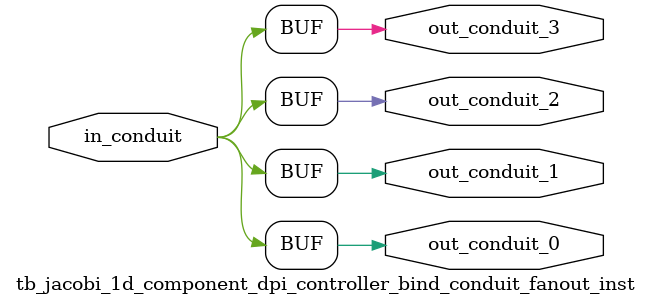
<source format=sv>


 


// --------------------------------------------------------------------------------
//| Avalon Conduit Fan-Out
// --------------------------------------------------------------------------------

// ------------------------------------------
// Generation parameters:
//   output_name:       tb_jacobi_1d_component_dpi_controller_bind_conduit_fanout_inst
//   numFanOut:         4
//   
// ------------------------------------------

module tb_jacobi_1d_component_dpi_controller_bind_conduit_fanout_inst (     

// Interface: out_conduit_0
 output                    out_conduit_0,
// Interface: out_conduit_1
 output                    out_conduit_1,
// Interface: out_conduit_2
 output                    out_conduit_2,
// Interface: out_conduit_3
 output                    out_conduit_3,

// Interface: in_conduit
 input                   in_conduit

);

   assign  out_conduit_0 = in_conduit;
   assign  out_conduit_1 = in_conduit;
   assign  out_conduit_2 = in_conduit;
   assign  out_conduit_3 = in_conduit;

endmodule //


</source>
